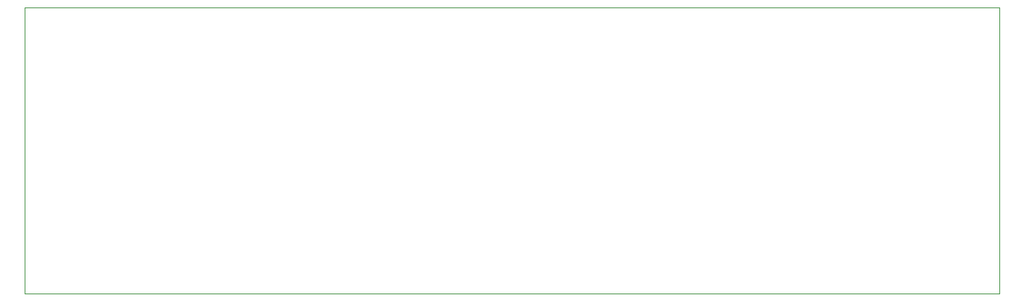
<source format=gbr>
%TF.GenerationSoftware,KiCad,Pcbnew,(6.0.10)*%
%TF.CreationDate,2023-04-08T13:13:14+03:00*%
%TF.ProjectId,DelSol_Voice,44656c53-6f6c-45f5-966f-6963652e6b69,rev?*%
%TF.SameCoordinates,Original*%
%TF.FileFunction,Profile,NP*%
%FSLAX46Y46*%
G04 Gerber Fmt 4.6, Leading zero omitted, Abs format (unit mm)*
G04 Created by KiCad (PCBNEW (6.0.10)) date 2023-04-08 13:13:14*
%MOMM*%
%LPD*%
G01*
G04 APERTURE LIST*
%TA.AperFunction,Profile*%
%ADD10C,0.100000*%
%TD*%
G04 APERTURE END LIST*
D10*
X91440000Y-128270000D02*
X201930000Y-128270000D01*
X201930000Y-128270000D02*
X201930000Y-95885000D01*
X201930000Y-95885000D02*
X91440000Y-95885000D01*
X91440000Y-95885000D02*
X91440000Y-128270000D01*
M02*

</source>
